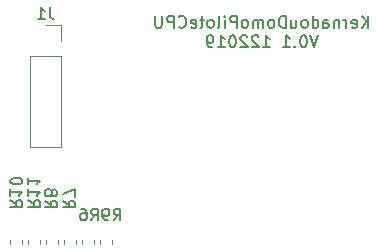
<source format=gbr>
G04 #@! TF.GenerationSoftware,KiCad,Pcbnew,(5.1.2)-2*
G04 #@! TF.CreationDate,2019-12-12T19:30:32+01:00*
G04 #@! TF.ProjectId,KernadouDomoPiloteDinCPU,4b65726e-6164-46f7-9544-6f6d6f50696c,rev?*
G04 #@! TF.SameCoordinates,Original*
G04 #@! TF.FileFunction,Legend,Bot*
G04 #@! TF.FilePolarity,Positive*
%FSLAX46Y46*%
G04 Gerber Fmt 4.6, Leading zero omitted, Abs format (unit mm)*
G04 Created by KiCad (PCBNEW (5.1.2)-2) date 2019-12-12 19:30:32*
%MOMM*%
%LPD*%
G04 APERTURE LIST*
%ADD10C,0.150000*%
%ADD11C,0.120000*%
G04 APERTURE END LIST*
D10*
X123704809Y-70747380D02*
X123704809Y-69747380D01*
X123133380Y-70747380D02*
X123561952Y-70175952D01*
X123133380Y-69747380D02*
X123704809Y-70318809D01*
X122323857Y-70699761D02*
X122419095Y-70747380D01*
X122609571Y-70747380D01*
X122704809Y-70699761D01*
X122752428Y-70604523D01*
X122752428Y-70223571D01*
X122704809Y-70128333D01*
X122609571Y-70080714D01*
X122419095Y-70080714D01*
X122323857Y-70128333D01*
X122276238Y-70223571D01*
X122276238Y-70318809D01*
X122752428Y-70414047D01*
X121847666Y-70747380D02*
X121847666Y-70080714D01*
X121847666Y-70271190D02*
X121800047Y-70175952D01*
X121752428Y-70128333D01*
X121657190Y-70080714D01*
X121561952Y-70080714D01*
X121228619Y-70080714D02*
X121228619Y-70747380D01*
X121228619Y-70175952D02*
X121181000Y-70128333D01*
X121085761Y-70080714D01*
X120942904Y-70080714D01*
X120847666Y-70128333D01*
X120800047Y-70223571D01*
X120800047Y-70747380D01*
X119895285Y-70747380D02*
X119895285Y-70223571D01*
X119942904Y-70128333D01*
X120038142Y-70080714D01*
X120228619Y-70080714D01*
X120323857Y-70128333D01*
X119895285Y-70699761D02*
X119990523Y-70747380D01*
X120228619Y-70747380D01*
X120323857Y-70699761D01*
X120371476Y-70604523D01*
X120371476Y-70509285D01*
X120323857Y-70414047D01*
X120228619Y-70366428D01*
X119990523Y-70366428D01*
X119895285Y-70318809D01*
X118990523Y-70747380D02*
X118990523Y-69747380D01*
X118990523Y-70699761D02*
X119085761Y-70747380D01*
X119276238Y-70747380D01*
X119371476Y-70699761D01*
X119419095Y-70652142D01*
X119466714Y-70556904D01*
X119466714Y-70271190D01*
X119419095Y-70175952D01*
X119371476Y-70128333D01*
X119276238Y-70080714D01*
X119085761Y-70080714D01*
X118990523Y-70128333D01*
X118371476Y-70747380D02*
X118466714Y-70699761D01*
X118514333Y-70652142D01*
X118561952Y-70556904D01*
X118561952Y-70271190D01*
X118514333Y-70175952D01*
X118466714Y-70128333D01*
X118371476Y-70080714D01*
X118228619Y-70080714D01*
X118133380Y-70128333D01*
X118085761Y-70175952D01*
X118038142Y-70271190D01*
X118038142Y-70556904D01*
X118085761Y-70652142D01*
X118133380Y-70699761D01*
X118228619Y-70747380D01*
X118371476Y-70747380D01*
X117181000Y-70080714D02*
X117181000Y-70747380D01*
X117609571Y-70080714D02*
X117609571Y-70604523D01*
X117561952Y-70699761D01*
X117466714Y-70747380D01*
X117323857Y-70747380D01*
X117228619Y-70699761D01*
X117181000Y-70652142D01*
X116704809Y-70747380D02*
X116704809Y-69747380D01*
X116466714Y-69747380D01*
X116323857Y-69795000D01*
X116228619Y-69890238D01*
X116181000Y-69985476D01*
X116133380Y-70175952D01*
X116133380Y-70318809D01*
X116181000Y-70509285D01*
X116228619Y-70604523D01*
X116323857Y-70699761D01*
X116466714Y-70747380D01*
X116704809Y-70747380D01*
X115561952Y-70747380D02*
X115657190Y-70699761D01*
X115704809Y-70652142D01*
X115752428Y-70556904D01*
X115752428Y-70271190D01*
X115704809Y-70175952D01*
X115657190Y-70128333D01*
X115561952Y-70080714D01*
X115419095Y-70080714D01*
X115323857Y-70128333D01*
X115276238Y-70175952D01*
X115228619Y-70271190D01*
X115228619Y-70556904D01*
X115276238Y-70652142D01*
X115323857Y-70699761D01*
X115419095Y-70747380D01*
X115561952Y-70747380D01*
X114800047Y-70747380D02*
X114800047Y-70080714D01*
X114800047Y-70175952D02*
X114752428Y-70128333D01*
X114657190Y-70080714D01*
X114514333Y-70080714D01*
X114419095Y-70128333D01*
X114371476Y-70223571D01*
X114371476Y-70747380D01*
X114371476Y-70223571D02*
X114323857Y-70128333D01*
X114228619Y-70080714D01*
X114085761Y-70080714D01*
X113990523Y-70128333D01*
X113942904Y-70223571D01*
X113942904Y-70747380D01*
X113323857Y-70747380D02*
X113419095Y-70699761D01*
X113466714Y-70652142D01*
X113514333Y-70556904D01*
X113514333Y-70271190D01*
X113466714Y-70175952D01*
X113419095Y-70128333D01*
X113323857Y-70080714D01*
X113181000Y-70080714D01*
X113085761Y-70128333D01*
X113038142Y-70175952D01*
X112990523Y-70271190D01*
X112990523Y-70556904D01*
X113038142Y-70652142D01*
X113085761Y-70699761D01*
X113181000Y-70747380D01*
X113323857Y-70747380D01*
X112561952Y-70747380D02*
X112561952Y-69747380D01*
X112181000Y-69747380D01*
X112085761Y-69795000D01*
X112038142Y-69842619D01*
X111990523Y-69937857D01*
X111990523Y-70080714D01*
X112038142Y-70175952D01*
X112085761Y-70223571D01*
X112181000Y-70271190D01*
X112561952Y-70271190D01*
X111561952Y-70747380D02*
X111561952Y-70080714D01*
X111561952Y-69747380D02*
X111609571Y-69795000D01*
X111561952Y-69842619D01*
X111514333Y-69795000D01*
X111561952Y-69747380D01*
X111561952Y-69842619D01*
X110942904Y-70747380D02*
X111038142Y-70699761D01*
X111085761Y-70604523D01*
X111085761Y-69747380D01*
X110419095Y-70747380D02*
X110514333Y-70699761D01*
X110561952Y-70652142D01*
X110609571Y-70556904D01*
X110609571Y-70271190D01*
X110561952Y-70175952D01*
X110514333Y-70128333D01*
X110419095Y-70080714D01*
X110276238Y-70080714D01*
X110181000Y-70128333D01*
X110133380Y-70175952D01*
X110085761Y-70271190D01*
X110085761Y-70556904D01*
X110133380Y-70652142D01*
X110181000Y-70699761D01*
X110276238Y-70747380D01*
X110419095Y-70747380D01*
X109800047Y-70080714D02*
X109419095Y-70080714D01*
X109657190Y-69747380D02*
X109657190Y-70604523D01*
X109609571Y-70699761D01*
X109514333Y-70747380D01*
X109419095Y-70747380D01*
X108704809Y-70699761D02*
X108800047Y-70747380D01*
X108990523Y-70747380D01*
X109085761Y-70699761D01*
X109133380Y-70604523D01*
X109133380Y-70223571D01*
X109085761Y-70128333D01*
X108990523Y-70080714D01*
X108800047Y-70080714D01*
X108704809Y-70128333D01*
X108657190Y-70223571D01*
X108657190Y-70318809D01*
X109133380Y-70414047D01*
X107657190Y-70652142D02*
X107704809Y-70699761D01*
X107847666Y-70747380D01*
X107942904Y-70747380D01*
X108085761Y-70699761D01*
X108181000Y-70604523D01*
X108228619Y-70509285D01*
X108276238Y-70318809D01*
X108276238Y-70175952D01*
X108228619Y-69985476D01*
X108181000Y-69890238D01*
X108085761Y-69795000D01*
X107942904Y-69747380D01*
X107847666Y-69747380D01*
X107704809Y-69795000D01*
X107657190Y-69842619D01*
X107228619Y-70747380D02*
X107228619Y-69747380D01*
X106847666Y-69747380D01*
X106752428Y-69795000D01*
X106704809Y-69842619D01*
X106657190Y-69937857D01*
X106657190Y-70080714D01*
X106704809Y-70175952D01*
X106752428Y-70223571D01*
X106847666Y-70271190D01*
X107228619Y-70271190D01*
X106228619Y-69747380D02*
X106228619Y-70556904D01*
X106181000Y-70652142D01*
X106133380Y-70699761D01*
X106038142Y-70747380D01*
X105847666Y-70747380D01*
X105752428Y-70699761D01*
X105704809Y-70652142D01*
X105657190Y-70556904D01*
X105657190Y-69747380D01*
X119442904Y-71397380D02*
X119109571Y-72397380D01*
X118776238Y-71397380D01*
X118252428Y-71397380D02*
X118157190Y-71397380D01*
X118061952Y-71445000D01*
X118014333Y-71492619D01*
X117966714Y-71587857D01*
X117919095Y-71778333D01*
X117919095Y-72016428D01*
X117966714Y-72206904D01*
X118014333Y-72302142D01*
X118061952Y-72349761D01*
X118157190Y-72397380D01*
X118252428Y-72397380D01*
X118347666Y-72349761D01*
X118395285Y-72302142D01*
X118442904Y-72206904D01*
X118490523Y-72016428D01*
X118490523Y-71778333D01*
X118442904Y-71587857D01*
X118395285Y-71492619D01*
X118347666Y-71445000D01*
X118252428Y-71397380D01*
X117490523Y-72302142D02*
X117442904Y-72349761D01*
X117490523Y-72397380D01*
X117538142Y-72349761D01*
X117490523Y-72302142D01*
X117490523Y-72397380D01*
X116490523Y-72397380D02*
X117061952Y-72397380D01*
X116776238Y-72397380D02*
X116776238Y-71397380D01*
X116871476Y-71540238D01*
X116966714Y-71635476D01*
X117061952Y-71683095D01*
X114776238Y-72397380D02*
X115347666Y-72397380D01*
X115061952Y-72397380D02*
X115061952Y-71397380D01*
X115157190Y-71540238D01*
X115252428Y-71635476D01*
X115347666Y-71683095D01*
X114395285Y-71492619D02*
X114347666Y-71445000D01*
X114252428Y-71397380D01*
X114014333Y-71397380D01*
X113919095Y-71445000D01*
X113871476Y-71492619D01*
X113823857Y-71587857D01*
X113823857Y-71683095D01*
X113871476Y-71825952D01*
X114442904Y-72397380D01*
X113823857Y-72397380D01*
X113442904Y-71492619D02*
X113395285Y-71445000D01*
X113300047Y-71397380D01*
X113061952Y-71397380D01*
X112966714Y-71445000D01*
X112919095Y-71492619D01*
X112871476Y-71587857D01*
X112871476Y-71683095D01*
X112919095Y-71825952D01*
X113490523Y-72397380D01*
X112871476Y-72397380D01*
X112252428Y-71397380D02*
X112157190Y-71397380D01*
X112061952Y-71445000D01*
X112014333Y-71492619D01*
X111966714Y-71587857D01*
X111919095Y-71778333D01*
X111919095Y-72016428D01*
X111966714Y-72206904D01*
X112014333Y-72302142D01*
X112061952Y-72349761D01*
X112157190Y-72397380D01*
X112252428Y-72397380D01*
X112347666Y-72349761D01*
X112395285Y-72302142D01*
X112442904Y-72206904D01*
X112490523Y-72016428D01*
X112490523Y-71778333D01*
X112442904Y-71587857D01*
X112395285Y-71492619D01*
X112347666Y-71445000D01*
X112252428Y-71397380D01*
X110966714Y-72397380D02*
X111538142Y-72397380D01*
X111252428Y-72397380D02*
X111252428Y-71397380D01*
X111347666Y-71540238D01*
X111442904Y-71635476D01*
X111538142Y-71683095D01*
X110490523Y-72397380D02*
X110300047Y-72397380D01*
X110204809Y-72349761D01*
X110157190Y-72302142D01*
X110061952Y-72159285D01*
X110014333Y-71968809D01*
X110014333Y-71587857D01*
X110061952Y-71492619D01*
X110109571Y-71445000D01*
X110204809Y-71397380D01*
X110395285Y-71397380D01*
X110490523Y-71445000D01*
X110538142Y-71492619D01*
X110585761Y-71587857D01*
X110585761Y-71825952D01*
X110538142Y-71921190D01*
X110490523Y-71968809D01*
X110395285Y-72016428D01*
X110204809Y-72016428D01*
X110109571Y-71968809D01*
X110061952Y-71921190D01*
X110014333Y-71825952D01*
D11*
X94867000Y-89085267D02*
X94867000Y-88742733D01*
X95887000Y-89085267D02*
X95887000Y-88742733D01*
X93343000Y-89057267D02*
X93343000Y-88714733D01*
X94363000Y-89057267D02*
X94363000Y-88714733D01*
X100963000Y-89071267D02*
X100963000Y-88728733D01*
X101983000Y-89071267D02*
X101983000Y-88728733D01*
X96391000Y-89057267D02*
X96391000Y-88714733D01*
X97411000Y-89057267D02*
X97411000Y-88714733D01*
X97915000Y-89071267D02*
X97915000Y-88728733D01*
X98935000Y-89071267D02*
X98935000Y-88728733D01*
X99439000Y-89071267D02*
X99439000Y-88728733D01*
X100459000Y-89071267D02*
X100459000Y-88728733D01*
X97723000Y-70552000D02*
X96393000Y-70552000D01*
X97723000Y-71882000D02*
X97723000Y-70552000D01*
X97723000Y-73152000D02*
X95063000Y-73152000D01*
X95063000Y-73152000D02*
X95063000Y-80832000D01*
X97723000Y-73152000D02*
X97723000Y-80832000D01*
X97723000Y-80832000D02*
X95063000Y-80832000D01*
D10*
X94924619Y-85351857D02*
X95400809Y-85685190D01*
X94924619Y-85923285D02*
X95924619Y-85923285D01*
X95924619Y-85542333D01*
X95877000Y-85447095D01*
X95829380Y-85399476D01*
X95734142Y-85351857D01*
X95591285Y-85351857D01*
X95496047Y-85399476D01*
X95448428Y-85447095D01*
X95400809Y-85542333D01*
X95400809Y-85923285D01*
X94924619Y-84399476D02*
X94924619Y-84970904D01*
X94924619Y-84685190D02*
X95924619Y-84685190D01*
X95781761Y-84780428D01*
X95686523Y-84875666D01*
X95638904Y-84970904D01*
X94924619Y-83447095D02*
X94924619Y-84018523D01*
X94924619Y-83732809D02*
X95924619Y-83732809D01*
X95781761Y-83828047D01*
X95686523Y-83923285D01*
X95638904Y-84018523D01*
X93400619Y-85351857D02*
X93876809Y-85685190D01*
X93400619Y-85923285D02*
X94400619Y-85923285D01*
X94400619Y-85542333D01*
X94353000Y-85447095D01*
X94305380Y-85399476D01*
X94210142Y-85351857D01*
X94067285Y-85351857D01*
X93972047Y-85399476D01*
X93924428Y-85447095D01*
X93876809Y-85542333D01*
X93876809Y-85923285D01*
X93400619Y-84399476D02*
X93400619Y-84970904D01*
X93400619Y-84685190D02*
X94400619Y-84685190D01*
X94257761Y-84780428D01*
X94162523Y-84875666D01*
X94114904Y-84970904D01*
X94400619Y-83780428D02*
X94400619Y-83685190D01*
X94353000Y-83589952D01*
X94305380Y-83542333D01*
X94210142Y-83494714D01*
X94019666Y-83447095D01*
X93781571Y-83447095D01*
X93591095Y-83494714D01*
X93495857Y-83542333D01*
X93448238Y-83589952D01*
X93400619Y-83685190D01*
X93400619Y-83780428D01*
X93448238Y-83875666D01*
X93495857Y-83923285D01*
X93591095Y-83970904D01*
X93781571Y-84018523D01*
X94019666Y-84018523D01*
X94210142Y-83970904D01*
X94305380Y-83923285D01*
X94353000Y-83875666D01*
X94400619Y-83780428D01*
X102147666Y-87066380D02*
X102481000Y-86590190D01*
X102719095Y-87066380D02*
X102719095Y-86066380D01*
X102338142Y-86066380D01*
X102242904Y-86114000D01*
X102195285Y-86161619D01*
X102147666Y-86256857D01*
X102147666Y-86399714D01*
X102195285Y-86494952D01*
X102242904Y-86542571D01*
X102338142Y-86590190D01*
X102719095Y-86590190D01*
X101671476Y-87066380D02*
X101481000Y-87066380D01*
X101385761Y-87018761D01*
X101338142Y-86971142D01*
X101242904Y-86828285D01*
X101195285Y-86637809D01*
X101195285Y-86256857D01*
X101242904Y-86161619D01*
X101290523Y-86114000D01*
X101385761Y-86066380D01*
X101576238Y-86066380D01*
X101671476Y-86114000D01*
X101719095Y-86161619D01*
X101766714Y-86256857D01*
X101766714Y-86494952D01*
X101719095Y-86590190D01*
X101671476Y-86637809D01*
X101576238Y-86685428D01*
X101385761Y-86685428D01*
X101290523Y-86637809D01*
X101242904Y-86590190D01*
X101195285Y-86494952D01*
X96321619Y-85383666D02*
X96797809Y-85717000D01*
X96321619Y-85955095D02*
X97321619Y-85955095D01*
X97321619Y-85574142D01*
X97274000Y-85478904D01*
X97226380Y-85431285D01*
X97131142Y-85383666D01*
X96988285Y-85383666D01*
X96893047Y-85431285D01*
X96845428Y-85478904D01*
X96797809Y-85574142D01*
X96797809Y-85955095D01*
X96893047Y-84812238D02*
X96940666Y-84907476D01*
X96988285Y-84955095D01*
X97083523Y-85002714D01*
X97131142Y-85002714D01*
X97226380Y-84955095D01*
X97274000Y-84907476D01*
X97321619Y-84812238D01*
X97321619Y-84621761D01*
X97274000Y-84526523D01*
X97226380Y-84478904D01*
X97131142Y-84431285D01*
X97083523Y-84431285D01*
X96988285Y-84478904D01*
X96940666Y-84526523D01*
X96893047Y-84621761D01*
X96893047Y-84812238D01*
X96845428Y-84907476D01*
X96797809Y-84955095D01*
X96702571Y-85002714D01*
X96512095Y-85002714D01*
X96416857Y-84955095D01*
X96369238Y-84907476D01*
X96321619Y-84812238D01*
X96321619Y-84621761D01*
X96369238Y-84526523D01*
X96416857Y-84478904D01*
X96512095Y-84431285D01*
X96702571Y-84431285D01*
X96797809Y-84478904D01*
X96845428Y-84526523D01*
X96893047Y-84621761D01*
X97845619Y-85383666D02*
X98321809Y-85717000D01*
X97845619Y-85955095D02*
X98845619Y-85955095D01*
X98845619Y-85574142D01*
X98798000Y-85478904D01*
X98750380Y-85431285D01*
X98655142Y-85383666D01*
X98512285Y-85383666D01*
X98417047Y-85431285D01*
X98369428Y-85478904D01*
X98321809Y-85574142D01*
X98321809Y-85955095D01*
X98845619Y-85050333D02*
X98845619Y-84383666D01*
X97845619Y-84812238D01*
X100242666Y-87066380D02*
X100576000Y-86590190D01*
X100814095Y-87066380D02*
X100814095Y-86066380D01*
X100433142Y-86066380D01*
X100337904Y-86114000D01*
X100290285Y-86161619D01*
X100242666Y-86256857D01*
X100242666Y-86399714D01*
X100290285Y-86494952D01*
X100337904Y-86542571D01*
X100433142Y-86590190D01*
X100814095Y-86590190D01*
X99385523Y-86066380D02*
X99576000Y-86066380D01*
X99671238Y-86114000D01*
X99718857Y-86161619D01*
X99814095Y-86304476D01*
X99861714Y-86494952D01*
X99861714Y-86875904D01*
X99814095Y-86971142D01*
X99766476Y-87018761D01*
X99671238Y-87066380D01*
X99480761Y-87066380D01*
X99385523Y-87018761D01*
X99337904Y-86971142D01*
X99290285Y-86875904D01*
X99290285Y-86637809D01*
X99337904Y-86542571D01*
X99385523Y-86494952D01*
X99480761Y-86447333D01*
X99671238Y-86447333D01*
X99766476Y-86494952D01*
X99814095Y-86542571D01*
X99861714Y-86637809D01*
X96726333Y-69004380D02*
X96726333Y-69718666D01*
X96773952Y-69861523D01*
X96869190Y-69956761D01*
X97012047Y-70004380D01*
X97107285Y-70004380D01*
X95726333Y-70004380D02*
X96297761Y-70004380D01*
X96012047Y-70004380D02*
X96012047Y-69004380D01*
X96107285Y-69147238D01*
X96202523Y-69242476D01*
X96297761Y-69290095D01*
M02*

</source>
